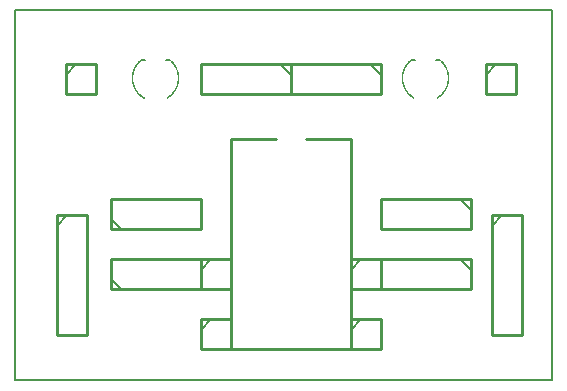
<source format=gto>
G04 MADE WITH FRITZING*
G04 WWW.FRITZING.ORG*
G04 SINGLE SIDED*
G04 HOLES NOT PLATED*
G04 CONTOUR ON CENTER OF CONTOUR VECTOR*
%ASAXBY*%
%FSLAX23Y23*%
%MOIN*%
%OFA0B0*%
%SFA1.0B1.0*%
%ADD10R,1.799170X1.242500X1.783170X1.226500*%
%ADD11C,0.008000*%
%ADD12C,0.010000*%
%ADD13C,0.005000*%
%ADD14C,0.005120*%
%ADD15R,0.001000X0.001000*%
%LNSILK1*%
G90*
G70*
G54D11*
X4Y1239D02*
X1795Y1239D01*
X1795Y4D01*
X4Y4D01*
X4Y1239D01*
D02*
G54D12*
X1574Y1058D02*
X1574Y958D01*
D02*
X1574Y958D02*
X1674Y958D01*
D02*
X1674Y958D02*
X1674Y1058D01*
D02*
X1674Y1058D02*
X1574Y1058D01*
G54D13*
D02*
X1574Y1023D02*
X1609Y1058D01*
G54D12*
D02*
X174Y1058D02*
X174Y958D01*
D02*
X174Y958D02*
X274Y958D01*
D02*
X274Y958D02*
X274Y1058D01*
D02*
X274Y1058D02*
X174Y1058D01*
G54D13*
D02*
X174Y1023D02*
X209Y1058D01*
G54D12*
D02*
X724Y808D02*
X724Y108D01*
D02*
X724Y108D02*
X1124Y108D01*
D02*
X1124Y108D02*
X1124Y808D01*
D02*
X724Y808D02*
X874Y808D01*
D02*
X974Y808D02*
X1124Y808D01*
D02*
X1224Y1058D02*
X924Y1058D01*
D02*
X924Y1058D02*
X924Y958D01*
D02*
X924Y958D02*
X1224Y958D01*
D02*
X1224Y958D02*
X1224Y1058D01*
G54D13*
D02*
X1189Y1058D02*
X1224Y1023D01*
G54D12*
D02*
X924Y1058D02*
X624Y1058D01*
D02*
X624Y1058D02*
X624Y958D01*
D02*
X624Y958D02*
X924Y958D01*
D02*
X924Y958D02*
X924Y1058D01*
G54D13*
D02*
X889Y1058D02*
X924Y1023D01*
G54D12*
D02*
X1524Y608D02*
X1224Y608D01*
D02*
X1224Y608D02*
X1224Y508D01*
D02*
X1224Y508D02*
X1524Y508D01*
D02*
X1524Y508D02*
X1524Y608D01*
G54D13*
D02*
X1489Y608D02*
X1524Y573D01*
G54D12*
D02*
X324Y508D02*
X624Y508D01*
D02*
X624Y508D02*
X624Y608D01*
D02*
X624Y608D02*
X324Y608D01*
D02*
X324Y608D02*
X324Y508D01*
G54D13*
D02*
X359Y508D02*
X324Y543D01*
G54D12*
D02*
X144Y555D02*
X144Y155D01*
D02*
X144Y155D02*
X244Y155D01*
D02*
X244Y155D02*
X244Y555D01*
D02*
X244Y555D02*
X144Y555D01*
G54D13*
D02*
X144Y520D02*
X179Y555D01*
G54D12*
D02*
X1594Y555D02*
X1594Y155D01*
D02*
X1594Y155D02*
X1694Y155D01*
D02*
X1694Y155D02*
X1694Y555D01*
D02*
X1694Y555D02*
X1594Y555D01*
G54D13*
D02*
X1594Y520D02*
X1629Y555D01*
G54D12*
D02*
X324Y308D02*
X624Y308D01*
D02*
X624Y308D02*
X624Y408D01*
D02*
X624Y408D02*
X324Y408D01*
D02*
X324Y408D02*
X324Y308D01*
G54D13*
D02*
X359Y308D02*
X324Y343D01*
G54D12*
D02*
X1524Y408D02*
X1224Y408D01*
D02*
X1224Y408D02*
X1224Y308D01*
D02*
X1224Y308D02*
X1524Y308D01*
D02*
X1524Y308D02*
X1524Y408D01*
G54D13*
D02*
X1489Y408D02*
X1524Y373D01*
G54D12*
D02*
X624Y208D02*
X624Y108D01*
D02*
X624Y108D02*
X724Y108D01*
D02*
X724Y108D02*
X724Y208D01*
D02*
X724Y208D02*
X624Y208D01*
G54D13*
D02*
X624Y173D02*
X659Y208D01*
G54D12*
D02*
X1124Y208D02*
X1124Y108D01*
D02*
X1124Y108D02*
X1224Y108D01*
D02*
X1224Y108D02*
X1224Y208D01*
D02*
X1224Y208D02*
X1124Y208D01*
G54D13*
D02*
X1124Y173D02*
X1159Y208D01*
G54D12*
D02*
X624Y408D02*
X624Y308D01*
D02*
X624Y308D02*
X724Y308D01*
D02*
X724Y308D02*
X724Y408D01*
D02*
X724Y408D02*
X624Y408D01*
G54D13*
D02*
X624Y373D02*
X659Y408D01*
G54D12*
D02*
X1124Y408D02*
X1124Y308D01*
D02*
X1124Y308D02*
X1224Y308D01*
D02*
X1224Y308D02*
X1224Y408D01*
D02*
X1224Y408D02*
X1124Y408D01*
G54D13*
D02*
X1124Y373D02*
X1159Y408D01*
G54D14*
X1340Y1073D02*
X1327Y1073D01*
D02*
X1420Y1073D02*
X1408Y1073D01*
D02*
X440Y1073D02*
X427Y1073D01*
D02*
X520Y1073D02*
X508Y1073D01*
D02*
G54D15*
X1327Y1076D02*
X1327Y1076D01*
X426Y1075D02*
X429Y1075D01*
X518Y1075D02*
X521Y1075D01*
X1326Y1075D02*
X1329Y1075D01*
X1418Y1075D02*
X1421Y1075D01*
X424Y1074D02*
X429Y1074D01*
X518Y1074D02*
X522Y1074D01*
X1324Y1074D02*
X1329Y1074D01*
X1418Y1074D02*
X1422Y1074D01*
X423Y1073D02*
X429Y1073D01*
X518Y1073D02*
X523Y1073D01*
X1323Y1073D02*
X1329Y1073D01*
X1418Y1073D02*
X1423Y1073D01*
X422Y1072D02*
X429Y1072D01*
X518Y1072D02*
X525Y1072D01*
X1322Y1072D02*
X1329Y1072D01*
X1418Y1072D02*
X1425Y1072D01*
X421Y1071D02*
X428Y1071D01*
X519Y1071D02*
X526Y1071D01*
X1321Y1071D02*
X1328Y1071D01*
X1419Y1071D02*
X1426Y1071D01*
X420Y1070D02*
X427Y1070D01*
X520Y1070D02*
X527Y1070D01*
X1320Y1070D02*
X1326Y1070D01*
X1420Y1070D02*
X1427Y1070D01*
X419Y1069D02*
X425Y1069D01*
X521Y1069D02*
X528Y1069D01*
X1319Y1069D02*
X1325Y1069D01*
X1421Y1069D02*
X1428Y1069D01*
X418Y1068D02*
X424Y1068D01*
X523Y1068D02*
X529Y1068D01*
X1318Y1068D02*
X1324Y1068D01*
X1422Y1068D02*
X1429Y1068D01*
X417Y1067D02*
X423Y1067D01*
X524Y1067D02*
X530Y1067D01*
X1317Y1067D02*
X1323Y1067D01*
X1424Y1067D02*
X1430Y1067D01*
X416Y1066D02*
X422Y1066D01*
X525Y1066D02*
X531Y1066D01*
X1316Y1066D02*
X1322Y1066D01*
X1425Y1066D02*
X1431Y1066D01*
X415Y1065D02*
X421Y1065D01*
X526Y1065D02*
X532Y1065D01*
X1315Y1065D02*
X1321Y1065D01*
X1426Y1065D02*
X1432Y1065D01*
X414Y1064D02*
X420Y1064D01*
X527Y1064D02*
X533Y1064D01*
X1314Y1064D02*
X1320Y1064D01*
X1427Y1064D02*
X1433Y1064D01*
X413Y1063D02*
X419Y1063D01*
X528Y1063D02*
X534Y1063D01*
X1313Y1063D02*
X1319Y1063D01*
X1428Y1063D02*
X1433Y1063D01*
X412Y1062D02*
X418Y1062D01*
X529Y1062D02*
X534Y1062D01*
X1312Y1062D02*
X1318Y1062D01*
X1429Y1062D02*
X1434Y1062D01*
X411Y1061D02*
X417Y1061D01*
X530Y1061D02*
X535Y1061D01*
X1311Y1061D02*
X1317Y1061D01*
X1430Y1061D02*
X1435Y1061D01*
X411Y1060D02*
X416Y1060D01*
X531Y1060D02*
X536Y1060D01*
X1311Y1060D02*
X1316Y1060D01*
X1430Y1060D02*
X1436Y1060D01*
X410Y1059D02*
X415Y1059D01*
X531Y1059D02*
X537Y1059D01*
X1310Y1059D02*
X1315Y1059D01*
X1431Y1059D02*
X1437Y1059D01*
X409Y1058D02*
X415Y1058D01*
X532Y1058D02*
X537Y1058D01*
X1309Y1058D02*
X1315Y1058D01*
X1432Y1058D02*
X1437Y1058D01*
X409Y1057D02*
X414Y1057D01*
X533Y1057D02*
X538Y1057D01*
X1309Y1057D02*
X1314Y1057D01*
X1433Y1057D02*
X1438Y1057D01*
X408Y1056D02*
X413Y1056D01*
X534Y1056D02*
X539Y1056D01*
X1308Y1056D02*
X1313Y1056D01*
X1434Y1056D02*
X1439Y1056D01*
X407Y1055D02*
X412Y1055D01*
X534Y1055D02*
X539Y1055D01*
X1307Y1055D02*
X1312Y1055D01*
X1434Y1055D02*
X1439Y1055D01*
X407Y1054D02*
X412Y1054D01*
X535Y1054D02*
X540Y1054D01*
X1306Y1054D02*
X1312Y1054D01*
X1435Y1054D02*
X1440Y1054D01*
X406Y1053D02*
X411Y1053D01*
X536Y1053D02*
X541Y1053D01*
X1306Y1053D02*
X1311Y1053D01*
X1436Y1053D02*
X1441Y1053D01*
X405Y1052D02*
X410Y1052D01*
X536Y1052D02*
X541Y1052D01*
X1305Y1052D02*
X1310Y1052D01*
X1436Y1052D02*
X1441Y1052D01*
X405Y1051D02*
X410Y1051D01*
X537Y1051D02*
X542Y1051D01*
X1305Y1051D02*
X1310Y1051D01*
X1437Y1051D02*
X1442Y1051D01*
X404Y1050D02*
X409Y1050D01*
X538Y1050D02*
X542Y1050D01*
X1304Y1050D02*
X1309Y1050D01*
X1438Y1050D02*
X1442Y1050D01*
X404Y1049D02*
X409Y1049D01*
X538Y1049D02*
X543Y1049D01*
X1304Y1049D02*
X1308Y1049D01*
X1438Y1049D02*
X1443Y1049D01*
X403Y1048D02*
X408Y1048D01*
X539Y1048D02*
X543Y1048D01*
X1303Y1048D02*
X1308Y1048D01*
X1439Y1048D02*
X1443Y1048D01*
X403Y1047D02*
X407Y1047D01*
X539Y1047D02*
X544Y1047D01*
X1303Y1047D02*
X1307Y1047D01*
X1439Y1047D02*
X1444Y1047D01*
X402Y1046D02*
X407Y1046D01*
X540Y1046D02*
X544Y1046D01*
X1302Y1046D02*
X1307Y1046D01*
X1440Y1046D02*
X1444Y1046D01*
X402Y1045D02*
X406Y1045D01*
X540Y1045D02*
X545Y1045D01*
X1302Y1045D02*
X1306Y1045D01*
X1440Y1045D02*
X1445Y1045D01*
X401Y1044D02*
X406Y1044D01*
X541Y1044D02*
X545Y1044D01*
X1301Y1044D02*
X1306Y1044D01*
X1441Y1044D02*
X1445Y1044D01*
X401Y1043D02*
X405Y1043D01*
X541Y1043D02*
X546Y1043D01*
X1301Y1043D02*
X1305Y1043D01*
X1441Y1043D02*
X1446Y1043D01*
X401Y1042D02*
X405Y1042D01*
X542Y1042D02*
X546Y1042D01*
X1300Y1042D02*
X1305Y1042D01*
X1442Y1042D02*
X1446Y1042D01*
X400Y1041D02*
X405Y1041D01*
X542Y1041D02*
X546Y1041D01*
X1300Y1041D02*
X1304Y1041D01*
X1442Y1041D02*
X1446Y1041D01*
X400Y1040D02*
X404Y1040D01*
X543Y1040D02*
X547Y1040D01*
X1300Y1040D02*
X1304Y1040D01*
X1443Y1040D02*
X1447Y1040D01*
X399Y1039D02*
X404Y1039D01*
X543Y1039D02*
X547Y1039D01*
X1299Y1039D02*
X1304Y1039D01*
X1443Y1039D02*
X1447Y1039D01*
X399Y1038D02*
X403Y1038D01*
X544Y1038D02*
X548Y1038D01*
X1299Y1038D02*
X1303Y1038D01*
X1443Y1038D02*
X1448Y1038D01*
X399Y1037D02*
X403Y1037D01*
X544Y1037D02*
X548Y1037D01*
X1299Y1037D02*
X1303Y1037D01*
X1444Y1037D02*
X1448Y1037D01*
X398Y1036D02*
X403Y1036D01*
X544Y1036D02*
X548Y1036D01*
X1298Y1036D02*
X1302Y1036D01*
X1444Y1036D02*
X1448Y1036D01*
X398Y1035D02*
X402Y1035D01*
X545Y1035D02*
X549Y1035D01*
X1298Y1035D02*
X1302Y1035D01*
X1445Y1035D02*
X1448Y1035D01*
X398Y1034D02*
X402Y1034D01*
X545Y1034D02*
X549Y1034D01*
X1298Y1034D02*
X1302Y1034D01*
X1445Y1034D02*
X1449Y1034D01*
X397Y1033D02*
X402Y1033D01*
X545Y1033D02*
X549Y1033D01*
X1297Y1033D02*
X1302Y1033D01*
X1445Y1033D02*
X1449Y1033D01*
X397Y1032D02*
X401Y1032D01*
X545Y1032D02*
X549Y1032D01*
X1297Y1032D02*
X1301Y1032D01*
X1445Y1032D02*
X1449Y1032D01*
X397Y1031D02*
X401Y1031D01*
X546Y1031D02*
X550Y1031D01*
X1297Y1031D02*
X1301Y1031D01*
X1446Y1031D02*
X1450Y1031D01*
X397Y1030D02*
X401Y1030D01*
X546Y1030D02*
X550Y1030D01*
X1297Y1030D02*
X1301Y1030D01*
X1446Y1030D02*
X1450Y1030D01*
X397Y1029D02*
X401Y1029D01*
X546Y1029D02*
X550Y1029D01*
X1296Y1029D02*
X1300Y1029D01*
X1446Y1029D02*
X1450Y1029D01*
X396Y1028D02*
X400Y1028D01*
X546Y1028D02*
X550Y1028D01*
X1296Y1028D02*
X1300Y1028D01*
X1446Y1028D02*
X1450Y1028D01*
X396Y1027D02*
X400Y1027D01*
X547Y1027D02*
X551Y1027D01*
X1296Y1027D02*
X1300Y1027D01*
X1447Y1027D02*
X1450Y1027D01*
X396Y1026D02*
X400Y1026D01*
X547Y1026D02*
X551Y1026D01*
X1296Y1026D02*
X1300Y1026D01*
X1447Y1026D02*
X1451Y1026D01*
X396Y1025D02*
X400Y1025D01*
X547Y1025D02*
X551Y1025D01*
X1296Y1025D02*
X1300Y1025D01*
X1447Y1025D02*
X1451Y1025D01*
X396Y1024D02*
X400Y1024D01*
X547Y1024D02*
X551Y1024D01*
X1295Y1024D02*
X1299Y1024D01*
X1447Y1024D02*
X1451Y1024D01*
X395Y1023D02*
X399Y1023D01*
X547Y1023D02*
X551Y1023D01*
X1295Y1023D02*
X1299Y1023D01*
X1447Y1023D02*
X1451Y1023D01*
X395Y1022D02*
X399Y1022D01*
X548Y1022D02*
X551Y1022D01*
X1295Y1022D02*
X1299Y1022D01*
X1448Y1022D02*
X1451Y1022D01*
X395Y1021D02*
X399Y1021D01*
X548Y1021D02*
X551Y1021D01*
X1295Y1021D02*
X1299Y1021D01*
X1448Y1021D02*
X1451Y1021D01*
X395Y1020D02*
X399Y1020D01*
X548Y1020D02*
X552Y1020D01*
X1295Y1020D02*
X1299Y1020D01*
X1448Y1020D02*
X1451Y1020D01*
X395Y1019D02*
X399Y1019D01*
X548Y1019D02*
X552Y1019D01*
X1295Y1019D02*
X1299Y1019D01*
X1448Y1019D02*
X1452Y1019D01*
X395Y1018D02*
X399Y1018D01*
X548Y1018D02*
X552Y1018D01*
X1295Y1018D02*
X1299Y1018D01*
X1448Y1018D02*
X1452Y1018D01*
X395Y1017D02*
X399Y1017D01*
X548Y1017D02*
X552Y1017D01*
X1295Y1017D02*
X1299Y1017D01*
X1448Y1017D02*
X1452Y1017D01*
X395Y1016D02*
X399Y1016D01*
X548Y1016D02*
X552Y1016D01*
X1295Y1016D02*
X1299Y1016D01*
X1448Y1016D02*
X1452Y1016D01*
X395Y1015D02*
X399Y1015D01*
X548Y1015D02*
X552Y1015D01*
X1295Y1015D02*
X1298Y1015D01*
X1448Y1015D02*
X1452Y1015D01*
X395Y1014D02*
X399Y1014D01*
X548Y1014D02*
X552Y1014D01*
X1295Y1014D02*
X1298Y1014D01*
X1448Y1014D02*
X1452Y1014D01*
X395Y1013D02*
X399Y1013D01*
X548Y1013D02*
X552Y1013D01*
X1295Y1013D02*
X1298Y1013D01*
X1448Y1013D02*
X1452Y1013D01*
X395Y1012D02*
X399Y1012D01*
X548Y1012D02*
X552Y1012D01*
X1295Y1012D02*
X1298Y1012D01*
X1448Y1012D02*
X1452Y1012D01*
X395Y1011D02*
X399Y1011D01*
X548Y1011D02*
X552Y1011D01*
X1295Y1011D02*
X1298Y1011D01*
X1448Y1011D02*
X1452Y1011D01*
X395Y1010D02*
X399Y1010D01*
X548Y1010D02*
X552Y1010D01*
X1295Y1010D02*
X1298Y1010D01*
X1448Y1010D02*
X1452Y1010D01*
X395Y1009D02*
X399Y1009D01*
X548Y1009D02*
X552Y1009D01*
X1295Y1009D02*
X1298Y1009D01*
X1448Y1009D02*
X1452Y1009D01*
X395Y1008D02*
X399Y1008D01*
X548Y1008D02*
X552Y1008D01*
X1295Y1008D02*
X1299Y1008D01*
X1448Y1008D02*
X1452Y1008D01*
X395Y1007D02*
X399Y1007D01*
X548Y1007D02*
X552Y1007D01*
X1295Y1007D02*
X1299Y1007D01*
X1448Y1007D02*
X1452Y1007D01*
X395Y1006D02*
X399Y1006D01*
X548Y1006D02*
X552Y1006D01*
X1295Y1006D02*
X1299Y1006D01*
X1448Y1006D02*
X1452Y1006D01*
X395Y1005D02*
X399Y1005D01*
X548Y1005D02*
X552Y1005D01*
X1295Y1005D02*
X1299Y1005D01*
X1448Y1005D02*
X1452Y1005D01*
X395Y1004D02*
X399Y1004D01*
X548Y1004D02*
X552Y1004D01*
X1295Y1004D02*
X1299Y1004D01*
X1448Y1004D02*
X1451Y1004D01*
X395Y1003D02*
X399Y1003D01*
X548Y1003D02*
X551Y1003D01*
X1295Y1003D02*
X1299Y1003D01*
X1448Y1003D02*
X1451Y1003D01*
X395Y1002D02*
X399Y1002D01*
X548Y1002D02*
X551Y1002D01*
X1295Y1002D02*
X1299Y1002D01*
X1447Y1002D02*
X1451Y1002D01*
X395Y1001D02*
X399Y1001D01*
X547Y1001D02*
X551Y1001D01*
X1295Y1001D02*
X1299Y1001D01*
X1447Y1001D02*
X1451Y1001D01*
X396Y1000D02*
X399Y1000D01*
X547Y1000D02*
X551Y1000D01*
X1296Y1000D02*
X1299Y1000D01*
X1447Y1000D02*
X1451Y1000D01*
X396Y999D02*
X400Y999D01*
X547Y999D02*
X551Y999D01*
X1296Y999D02*
X1300Y999D01*
X1447Y999D02*
X1451Y999D01*
X396Y998D02*
X400Y998D01*
X547Y998D02*
X551Y998D01*
X1296Y998D02*
X1300Y998D01*
X1447Y998D02*
X1451Y998D01*
X396Y997D02*
X400Y997D01*
X547Y997D02*
X551Y997D01*
X1296Y997D02*
X1300Y997D01*
X1447Y997D02*
X1451Y997D01*
X396Y996D02*
X400Y996D01*
X546Y996D02*
X550Y996D01*
X1296Y996D02*
X1300Y996D01*
X1446Y996D02*
X1450Y996D01*
X397Y995D02*
X400Y995D01*
X546Y995D02*
X550Y995D01*
X1297Y995D02*
X1300Y995D01*
X1446Y995D02*
X1450Y995D01*
X397Y994D02*
X401Y994D01*
X546Y994D02*
X550Y994D01*
X1297Y994D02*
X1301Y994D01*
X1446Y994D02*
X1450Y994D01*
X397Y993D02*
X401Y993D01*
X546Y993D02*
X550Y993D01*
X1297Y993D02*
X1301Y993D01*
X1446Y993D02*
X1450Y993D01*
X397Y992D02*
X401Y992D01*
X545Y992D02*
X550Y992D01*
X1297Y992D02*
X1301Y992D01*
X1445Y992D02*
X1449Y992D01*
X398Y991D02*
X402Y991D01*
X545Y991D02*
X549Y991D01*
X1298Y991D02*
X1302Y991D01*
X1445Y991D02*
X1449Y991D01*
X398Y990D02*
X402Y990D01*
X545Y990D02*
X549Y990D01*
X1298Y990D02*
X1302Y990D01*
X1445Y990D02*
X1449Y990D01*
X398Y989D02*
X402Y989D01*
X544Y989D02*
X549Y989D01*
X1298Y989D02*
X1302Y989D01*
X1444Y989D02*
X1449Y989D01*
X398Y988D02*
X402Y988D01*
X544Y988D02*
X548Y988D01*
X1298Y988D02*
X1302Y988D01*
X1444Y988D02*
X1448Y988D01*
X399Y987D02*
X403Y987D01*
X544Y987D02*
X548Y987D01*
X1299Y987D02*
X1303Y987D01*
X1444Y987D02*
X1448Y987D01*
X399Y986D02*
X403Y986D01*
X543Y986D02*
X548Y986D01*
X1299Y986D02*
X1303Y986D01*
X1443Y986D02*
X1448Y986D01*
X399Y985D02*
X404Y985D01*
X543Y985D02*
X547Y985D01*
X1299Y985D02*
X1304Y985D01*
X1443Y985D02*
X1447Y985D01*
X400Y984D02*
X404Y984D01*
X543Y984D02*
X547Y984D01*
X1300Y984D02*
X1304Y984D01*
X1442Y984D02*
X1447Y984D01*
X400Y983D02*
X404Y983D01*
X542Y983D02*
X547Y983D01*
X1300Y983D02*
X1304Y983D01*
X1442Y983D02*
X1447Y983D01*
X401Y982D02*
X405Y982D01*
X542Y982D02*
X546Y982D01*
X1301Y982D02*
X1305Y982D01*
X1442Y982D02*
X1446Y982D01*
X401Y981D02*
X405Y981D01*
X541Y981D02*
X546Y981D01*
X1301Y981D02*
X1305Y981D01*
X1441Y981D02*
X1446Y981D01*
X401Y980D02*
X406Y980D01*
X541Y980D02*
X545Y980D01*
X1301Y980D02*
X1306Y980D01*
X1441Y980D02*
X1445Y980D01*
X402Y979D02*
X406Y979D01*
X540Y979D02*
X545Y979D01*
X1302Y979D02*
X1306Y979D01*
X1440Y979D02*
X1445Y979D01*
X402Y978D02*
X407Y978D01*
X540Y978D02*
X545Y978D01*
X1302Y978D02*
X1307Y978D01*
X1440Y978D02*
X1444Y978D01*
X403Y977D02*
X407Y977D01*
X539Y977D02*
X544Y977D01*
X1303Y977D02*
X1307Y977D01*
X1439Y977D02*
X1444Y977D01*
X403Y976D02*
X408Y976D01*
X539Y976D02*
X543Y976D01*
X1303Y976D02*
X1308Y976D01*
X1439Y976D02*
X1443Y976D01*
X404Y975D02*
X408Y975D01*
X538Y975D02*
X543Y975D01*
X1304Y975D02*
X1308Y975D01*
X1438Y975D02*
X1443Y975D01*
X404Y974D02*
X409Y974D01*
X538Y974D02*
X542Y974D01*
X1304Y974D02*
X1309Y974D01*
X1438Y974D02*
X1442Y974D01*
X405Y973D02*
X410Y973D01*
X537Y973D02*
X542Y973D01*
X1305Y973D02*
X1310Y973D01*
X1437Y973D02*
X1442Y973D01*
X405Y972D02*
X410Y972D01*
X536Y972D02*
X541Y972D01*
X1305Y972D02*
X1310Y972D01*
X1436Y972D02*
X1441Y972D01*
X406Y971D02*
X411Y971D01*
X536Y971D02*
X541Y971D01*
X1306Y971D02*
X1311Y971D01*
X1436Y971D02*
X1441Y971D01*
X407Y970D02*
X412Y970D01*
X535Y970D02*
X540Y970D01*
X1307Y970D02*
X1312Y970D01*
X1435Y970D02*
X1440Y970D01*
X407Y969D02*
X412Y969D01*
X534Y969D02*
X539Y969D01*
X1307Y969D02*
X1312Y969D01*
X1434Y969D02*
X1439Y969D01*
X408Y968D02*
X413Y968D01*
X534Y968D02*
X539Y968D01*
X1308Y968D02*
X1313Y968D01*
X1434Y968D02*
X1439Y968D01*
X409Y967D02*
X414Y967D01*
X533Y967D02*
X538Y967D01*
X1309Y967D02*
X1314Y967D01*
X1433Y967D02*
X1438Y967D01*
X409Y966D02*
X415Y966D01*
X532Y966D02*
X537Y966D01*
X1309Y966D02*
X1315Y966D01*
X1432Y966D02*
X1437Y966D01*
X410Y965D02*
X415Y965D01*
X531Y965D02*
X537Y965D01*
X1310Y965D02*
X1315Y965D01*
X1431Y965D02*
X1437Y965D01*
X411Y964D02*
X416Y964D01*
X530Y964D02*
X536Y964D01*
X1311Y964D02*
X1316Y964D01*
X1430Y964D02*
X1436Y964D01*
X412Y963D02*
X417Y963D01*
X530Y963D02*
X535Y963D01*
X1312Y963D02*
X1317Y963D01*
X1429Y963D02*
X1435Y963D01*
X412Y962D02*
X418Y962D01*
X529Y962D02*
X534Y962D01*
X1312Y962D02*
X1318Y962D01*
X1429Y962D02*
X1434Y962D01*
X413Y961D02*
X419Y961D01*
X528Y961D02*
X534Y961D01*
X1313Y961D02*
X1319Y961D01*
X1428Y961D02*
X1433Y961D01*
X414Y960D02*
X420Y960D01*
X527Y960D02*
X533Y960D01*
X1314Y960D02*
X1320Y960D01*
X1427Y960D02*
X1433Y960D01*
X415Y959D02*
X421Y959D01*
X526Y959D02*
X532Y959D01*
X1315Y959D02*
X1321Y959D01*
X1426Y959D02*
X1432Y959D01*
X416Y958D02*
X422Y958D01*
X525Y958D02*
X531Y958D01*
X1316Y958D02*
X1322Y958D01*
X1425Y958D02*
X1431Y958D01*
X417Y957D02*
X423Y957D01*
X524Y957D02*
X530Y957D01*
X1317Y957D02*
X1323Y957D01*
X1424Y957D02*
X1430Y957D01*
X418Y956D02*
X424Y956D01*
X523Y956D02*
X529Y956D01*
X1318Y956D02*
X1324Y956D01*
X1422Y956D02*
X1429Y956D01*
X419Y955D02*
X426Y955D01*
X521Y955D02*
X528Y955D01*
X1319Y955D02*
X1325Y955D01*
X1421Y955D02*
X1428Y955D01*
X420Y954D02*
X427Y954D01*
X520Y954D02*
X527Y954D01*
X1320Y954D02*
X1327Y954D01*
X1420Y954D02*
X1427Y954D01*
X421Y953D02*
X428Y953D01*
X519Y953D02*
X526Y953D01*
X1321Y953D02*
X1328Y953D01*
X1419Y953D02*
X1426Y953D01*
X422Y952D02*
X429Y952D01*
X518Y952D02*
X525Y952D01*
X1322Y952D02*
X1329Y952D01*
X1417Y952D02*
X1425Y952D01*
X423Y951D02*
X431Y951D01*
X516Y951D02*
X523Y951D01*
X1323Y951D02*
X1331Y951D01*
X1416Y951D02*
X1423Y951D01*
X425Y950D02*
X432Y950D01*
X515Y950D02*
X522Y950D01*
X1324Y950D02*
X1332Y950D01*
X1414Y950D02*
X1422Y950D01*
X426Y949D02*
X434Y949D01*
X513Y949D02*
X521Y949D01*
X1326Y949D02*
X1334Y949D01*
X1413Y949D02*
X1421Y949D01*
X427Y948D02*
X435Y948D01*
X512Y948D02*
X520Y948D01*
X1327Y948D02*
X1335Y948D01*
X1412Y948D02*
X1420Y948D01*
X428Y947D02*
X437Y947D01*
X511Y947D02*
X518Y947D01*
X1328Y947D02*
X1336Y947D01*
X1411Y947D02*
X1418Y947D01*
X430Y946D02*
X437Y946D01*
X511Y946D02*
X517Y946D01*
X1330Y946D02*
X1337Y946D01*
X1411Y946D02*
X1417Y946D01*
X431Y945D02*
X437Y945D01*
X511Y945D02*
X515Y945D01*
X1331Y945D02*
X1337Y945D01*
X1411Y945D02*
X1415Y945D01*
X433Y944D02*
X437Y944D01*
X512Y944D02*
X514Y944D01*
X1333Y944D02*
X1336Y944D01*
X1412Y944D02*
X1414Y944D01*
X435Y943D02*
X435Y943D01*
X1335Y943D02*
X1335Y943D01*
D02*
G04 End of Silk1*
M02*
</source>
